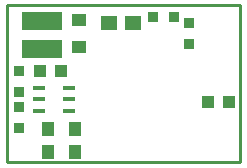
<source format=gbr>
G04 #@! TF.FileFunction,Paste,Top*
%FSLAX46Y46*%
G04 Gerber Fmt 4.6, Leading zero omitted, Abs format (unit mm)*
G04 Created by KiCad (PCBNEW no-vcs-found-product) date 20.07.2015 (пн) 10,43,29 EEST*
%MOMM*%
G01*
G04 APERTURE LIST*
%ADD10C,0.100000*%
%ADD11C,0.254000*%
%ADD12R,1.030000X1.060000*%
%ADD13R,1.016000X1.016000*%
%ADD14R,3.398400X1.498400*%
%ADD15R,0.914400X0.914400*%
%ADD16R,1.098400X0.448400*%
%ADD17R,1.300000X1.050000*%
%ADD18R,1.422400X1.168400*%
%ADD19R,1.050000X1.300000*%
G04 APERTURE END LIST*
D10*
D11*
X38100000Y-15875000D02*
X18415000Y-15875000D01*
X18415000Y-29210000D02*
X18415000Y-15875000D01*
X38100000Y-29210000D02*
X18415000Y-29210000D01*
X38100000Y-15875000D02*
X38100000Y-29210000D01*
D12*
X37211000Y-24130000D03*
X35433000Y-24130000D03*
D13*
X22987000Y-21463000D03*
X21209000Y-21463000D03*
D14*
X21336000Y-19615000D03*
X21336000Y-17215000D03*
D15*
X19431000Y-21463000D03*
X19431000Y-23241000D03*
X19431000Y-24511000D03*
X19431000Y-26289000D03*
X33782000Y-17399000D03*
X33782000Y-19177000D03*
D16*
X21052000Y-22926000D03*
X21052000Y-23876000D03*
X21052000Y-24826000D03*
X23652000Y-24826000D03*
X23652000Y-23876000D03*
X23652000Y-22926000D03*
D17*
X24511000Y-17135500D03*
X24511000Y-19440500D03*
D18*
X29083000Y-17399000D03*
X27051000Y-17399000D03*
D15*
X30734000Y-16891000D03*
X32512000Y-16891000D03*
D19*
X24139500Y-26416000D03*
X21834500Y-26416000D03*
X24139500Y-28321000D03*
X21834500Y-28321000D03*
M02*

</source>
